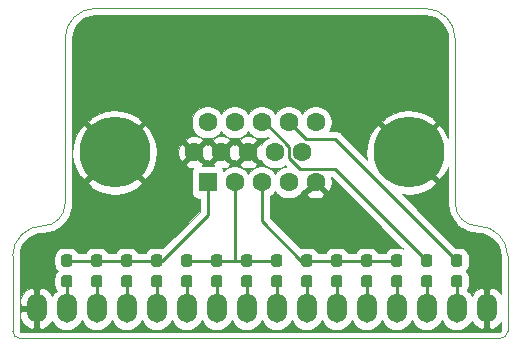
<source format=gbr>
G04 #@! TF.GenerationSoftware,KiCad,Pcbnew,5.1.7-a382d34a8~88~ubuntu20.04.1*
G04 #@! TF.CreationDate,2020-12-18T13:14:18-06:00*
G04 #@! TF.ProjectId,VGA,5647412e-6b69-4636-9164-5f7063625858,1.1*
G04 #@! TF.SameCoordinates,Original*
G04 #@! TF.FileFunction,Copper,L1,Top*
G04 #@! TF.FilePolarity,Positive*
%FSLAX46Y46*%
G04 Gerber Fmt 4.6, Leading zero omitted, Abs format (unit mm)*
G04 Created by KiCad (PCBNEW 5.1.7-a382d34a8~88~ubuntu20.04.1) date 2020-12-18 13:14:18*
%MOMM*%
%LPD*%
G01*
G04 APERTURE LIST*
G04 #@! TA.AperFunction,Profile*
%ADD10C,0.050000*%
G04 #@! TD*
G04 #@! TA.AperFunction,ComponentPad*
%ADD11C,6.000000*%
G04 #@! TD*
G04 #@! TA.AperFunction,ComponentPad*
%ADD12O,1.700000X2.500000*%
G04 #@! TD*
G04 #@! TA.AperFunction,ComponentPad*
%ADD13R,1.600000X1.600000*%
G04 #@! TD*
G04 #@! TA.AperFunction,ComponentPad*
%ADD14C,1.600000*%
G04 #@! TD*
G04 #@! TA.AperFunction,Conductor*
%ADD15C,0.250000*%
G04 #@! TD*
G04 #@! TA.AperFunction,Conductor*
%ADD16C,0.100000*%
G04 #@! TD*
G04 APERTURE END LIST*
D10*
X139065000Y-123190000D02*
G75*
G02*
X137160000Y-125095000I-1905000J0D01*
G01*
X134620000Y-127635000D02*
G75*
G02*
X137160000Y-125095000I2540000J0D01*
G01*
X173990000Y-125095000D02*
G75*
G02*
X172085000Y-123190000I0J1905000D01*
G01*
X134620000Y-133985000D02*
X134620000Y-127635000D01*
X173990000Y-125095000D02*
G75*
G02*
X176530000Y-127635000I0J-2540000D01*
G01*
X176530000Y-133985000D02*
X176530000Y-127635000D01*
X139065000Y-109220000D02*
G75*
G02*
X141605000Y-106680000I2540000J0D01*
G01*
X169545000Y-106680000D02*
G75*
G02*
X172085000Y-109220000I0J-2540000D01*
G01*
X176530000Y-133985000D02*
G75*
G02*
X175895000Y-134620000I-635000J0D01*
G01*
X135255000Y-134620000D02*
G75*
G02*
X134620000Y-133985000I0J635000D01*
G01*
X139065000Y-109220000D02*
X139065000Y-123190000D01*
X169545000Y-106680000D02*
X141605000Y-106680000D01*
X172085000Y-123190000D02*
X172085000Y-109220000D01*
X135255000Y-134620000D02*
X175895000Y-134620000D01*
D11*
X168148000Y-118872000D03*
X143256000Y-118872000D03*
D12*
X136652000Y-132080000D03*
X139192000Y-132080000D03*
X141732000Y-132080000D03*
X144272000Y-132080000D03*
X146812000Y-132080000D03*
X149352000Y-132080000D03*
X151892000Y-132080000D03*
X154432000Y-132080000D03*
X156972000Y-132080000D03*
X159512000Y-132080000D03*
X162052000Y-132080000D03*
X164592000Y-132080000D03*
X167132000Y-132080000D03*
X169672000Y-132080000D03*
X172212000Y-132080000D03*
X174752000Y-132080000D03*
D13*
X151130000Y-121412000D03*
D14*
X153420000Y-121412000D03*
X155710000Y-121412000D03*
X158000000Y-121412000D03*
X160290000Y-121412000D03*
X149985000Y-118872000D03*
X152275000Y-118872000D03*
X154565000Y-118872000D03*
X156855000Y-118872000D03*
X159145000Y-118872000D03*
X151130000Y-116332000D03*
X153420000Y-116332000D03*
X155710000Y-116332000D03*
X158000000Y-116332000D03*
X160290000Y-116332000D03*
G04 #@! TA.AperFunction,SMDPad,CuDef*
G36*
G01*
X171974500Y-129253000D02*
X172449500Y-129253000D01*
G75*
G02*
X172687000Y-129490500I0J-237500D01*
G01*
X172687000Y-130065500D01*
G75*
G02*
X172449500Y-130303000I-237500J0D01*
G01*
X171974500Y-130303000D01*
G75*
G02*
X171737000Y-130065500I0J237500D01*
G01*
X171737000Y-129490500D01*
G75*
G02*
X171974500Y-129253000I237500J0D01*
G01*
G37*
G04 #@! TD.AperFunction*
G04 #@! TA.AperFunction,SMDPad,CuDef*
G36*
G01*
X171974500Y-127503000D02*
X172449500Y-127503000D01*
G75*
G02*
X172687000Y-127740500I0J-237500D01*
G01*
X172687000Y-128315500D01*
G75*
G02*
X172449500Y-128553000I-237500J0D01*
G01*
X171974500Y-128553000D01*
G75*
G02*
X171737000Y-128315500I0J237500D01*
G01*
X171737000Y-127740500D01*
G75*
G02*
X171974500Y-127503000I237500J0D01*
G01*
G37*
G04 #@! TD.AperFunction*
G04 #@! TA.AperFunction,SMDPad,CuDef*
G36*
G01*
X169434500Y-129255000D02*
X169909500Y-129255000D01*
G75*
G02*
X170147000Y-129492500I0J-237500D01*
G01*
X170147000Y-130067500D01*
G75*
G02*
X169909500Y-130305000I-237500J0D01*
G01*
X169434500Y-130305000D01*
G75*
G02*
X169197000Y-130067500I0J237500D01*
G01*
X169197000Y-129492500D01*
G75*
G02*
X169434500Y-129255000I237500J0D01*
G01*
G37*
G04 #@! TD.AperFunction*
G04 #@! TA.AperFunction,SMDPad,CuDef*
G36*
G01*
X169434500Y-127505000D02*
X169909500Y-127505000D01*
G75*
G02*
X170147000Y-127742500I0J-237500D01*
G01*
X170147000Y-128317500D01*
G75*
G02*
X169909500Y-128555000I-237500J0D01*
G01*
X169434500Y-128555000D01*
G75*
G02*
X169197000Y-128317500I0J237500D01*
G01*
X169197000Y-127742500D01*
G75*
G02*
X169434500Y-127505000I237500J0D01*
G01*
G37*
G04 #@! TD.AperFunction*
G04 #@! TA.AperFunction,SMDPad,CuDef*
G36*
G01*
X166894500Y-129255000D02*
X167369500Y-129255000D01*
G75*
G02*
X167607000Y-129492500I0J-237500D01*
G01*
X167607000Y-130067500D01*
G75*
G02*
X167369500Y-130305000I-237500J0D01*
G01*
X166894500Y-130305000D01*
G75*
G02*
X166657000Y-130067500I0J237500D01*
G01*
X166657000Y-129492500D01*
G75*
G02*
X166894500Y-129255000I237500J0D01*
G01*
G37*
G04 #@! TD.AperFunction*
G04 #@! TA.AperFunction,SMDPad,CuDef*
G36*
G01*
X166894500Y-127505000D02*
X167369500Y-127505000D01*
G75*
G02*
X167607000Y-127742500I0J-237500D01*
G01*
X167607000Y-128317500D01*
G75*
G02*
X167369500Y-128555000I-237500J0D01*
G01*
X166894500Y-128555000D01*
G75*
G02*
X166657000Y-128317500I0J237500D01*
G01*
X166657000Y-127742500D01*
G75*
G02*
X166894500Y-127505000I237500J0D01*
G01*
G37*
G04 #@! TD.AperFunction*
G04 #@! TA.AperFunction,SMDPad,CuDef*
G36*
G01*
X164354500Y-129255000D02*
X164829500Y-129255000D01*
G75*
G02*
X165067000Y-129492500I0J-237500D01*
G01*
X165067000Y-130067500D01*
G75*
G02*
X164829500Y-130305000I-237500J0D01*
G01*
X164354500Y-130305000D01*
G75*
G02*
X164117000Y-130067500I0J237500D01*
G01*
X164117000Y-129492500D01*
G75*
G02*
X164354500Y-129255000I237500J0D01*
G01*
G37*
G04 #@! TD.AperFunction*
G04 #@! TA.AperFunction,SMDPad,CuDef*
G36*
G01*
X164354500Y-127505000D02*
X164829500Y-127505000D01*
G75*
G02*
X165067000Y-127742500I0J-237500D01*
G01*
X165067000Y-128317500D01*
G75*
G02*
X164829500Y-128555000I-237500J0D01*
G01*
X164354500Y-128555000D01*
G75*
G02*
X164117000Y-128317500I0J237500D01*
G01*
X164117000Y-127742500D01*
G75*
G02*
X164354500Y-127505000I237500J0D01*
G01*
G37*
G04 #@! TD.AperFunction*
G04 #@! TA.AperFunction,SMDPad,CuDef*
G36*
G01*
X161814500Y-129255000D02*
X162289500Y-129255000D01*
G75*
G02*
X162527000Y-129492500I0J-237500D01*
G01*
X162527000Y-130067500D01*
G75*
G02*
X162289500Y-130305000I-237500J0D01*
G01*
X161814500Y-130305000D01*
G75*
G02*
X161577000Y-130067500I0J237500D01*
G01*
X161577000Y-129492500D01*
G75*
G02*
X161814500Y-129255000I237500J0D01*
G01*
G37*
G04 #@! TD.AperFunction*
G04 #@! TA.AperFunction,SMDPad,CuDef*
G36*
G01*
X161814500Y-127505000D02*
X162289500Y-127505000D01*
G75*
G02*
X162527000Y-127742500I0J-237500D01*
G01*
X162527000Y-128317500D01*
G75*
G02*
X162289500Y-128555000I-237500J0D01*
G01*
X161814500Y-128555000D01*
G75*
G02*
X161577000Y-128317500I0J237500D01*
G01*
X161577000Y-127742500D01*
G75*
G02*
X161814500Y-127505000I237500J0D01*
G01*
G37*
G04 #@! TD.AperFunction*
G04 #@! TA.AperFunction,SMDPad,CuDef*
G36*
G01*
X159274500Y-129255000D02*
X159749500Y-129255000D01*
G75*
G02*
X159987000Y-129492500I0J-237500D01*
G01*
X159987000Y-130067500D01*
G75*
G02*
X159749500Y-130305000I-237500J0D01*
G01*
X159274500Y-130305000D01*
G75*
G02*
X159037000Y-130067500I0J237500D01*
G01*
X159037000Y-129492500D01*
G75*
G02*
X159274500Y-129255000I237500J0D01*
G01*
G37*
G04 #@! TD.AperFunction*
G04 #@! TA.AperFunction,SMDPad,CuDef*
G36*
G01*
X159274500Y-127505000D02*
X159749500Y-127505000D01*
G75*
G02*
X159987000Y-127742500I0J-237500D01*
G01*
X159987000Y-128317500D01*
G75*
G02*
X159749500Y-128555000I-237500J0D01*
G01*
X159274500Y-128555000D01*
G75*
G02*
X159037000Y-128317500I0J237500D01*
G01*
X159037000Y-127742500D01*
G75*
G02*
X159274500Y-127505000I237500J0D01*
G01*
G37*
G04 #@! TD.AperFunction*
G04 #@! TA.AperFunction,SMDPad,CuDef*
G36*
G01*
X156734500Y-129255000D02*
X157209500Y-129255000D01*
G75*
G02*
X157447000Y-129492500I0J-237500D01*
G01*
X157447000Y-130067500D01*
G75*
G02*
X157209500Y-130305000I-237500J0D01*
G01*
X156734500Y-130305000D01*
G75*
G02*
X156497000Y-130067500I0J237500D01*
G01*
X156497000Y-129492500D01*
G75*
G02*
X156734500Y-129255000I237500J0D01*
G01*
G37*
G04 #@! TD.AperFunction*
G04 #@! TA.AperFunction,SMDPad,CuDef*
G36*
G01*
X156734500Y-127505000D02*
X157209500Y-127505000D01*
G75*
G02*
X157447000Y-127742500I0J-237500D01*
G01*
X157447000Y-128317500D01*
G75*
G02*
X157209500Y-128555000I-237500J0D01*
G01*
X156734500Y-128555000D01*
G75*
G02*
X156497000Y-128317500I0J237500D01*
G01*
X156497000Y-127742500D01*
G75*
G02*
X156734500Y-127505000I237500J0D01*
G01*
G37*
G04 #@! TD.AperFunction*
G04 #@! TA.AperFunction,SMDPad,CuDef*
G36*
G01*
X154194500Y-129255000D02*
X154669500Y-129255000D01*
G75*
G02*
X154907000Y-129492500I0J-237500D01*
G01*
X154907000Y-130067500D01*
G75*
G02*
X154669500Y-130305000I-237500J0D01*
G01*
X154194500Y-130305000D01*
G75*
G02*
X153957000Y-130067500I0J237500D01*
G01*
X153957000Y-129492500D01*
G75*
G02*
X154194500Y-129255000I237500J0D01*
G01*
G37*
G04 #@! TD.AperFunction*
G04 #@! TA.AperFunction,SMDPad,CuDef*
G36*
G01*
X154194500Y-127505000D02*
X154669500Y-127505000D01*
G75*
G02*
X154907000Y-127742500I0J-237500D01*
G01*
X154907000Y-128317500D01*
G75*
G02*
X154669500Y-128555000I-237500J0D01*
G01*
X154194500Y-128555000D01*
G75*
G02*
X153957000Y-128317500I0J237500D01*
G01*
X153957000Y-127742500D01*
G75*
G02*
X154194500Y-127505000I237500J0D01*
G01*
G37*
G04 #@! TD.AperFunction*
G04 #@! TA.AperFunction,SMDPad,CuDef*
G36*
G01*
X151654500Y-129255000D02*
X152129500Y-129255000D01*
G75*
G02*
X152367000Y-129492500I0J-237500D01*
G01*
X152367000Y-130067500D01*
G75*
G02*
X152129500Y-130305000I-237500J0D01*
G01*
X151654500Y-130305000D01*
G75*
G02*
X151417000Y-130067500I0J237500D01*
G01*
X151417000Y-129492500D01*
G75*
G02*
X151654500Y-129255000I237500J0D01*
G01*
G37*
G04 #@! TD.AperFunction*
G04 #@! TA.AperFunction,SMDPad,CuDef*
G36*
G01*
X151654500Y-127505000D02*
X152129500Y-127505000D01*
G75*
G02*
X152367000Y-127742500I0J-237500D01*
G01*
X152367000Y-128317500D01*
G75*
G02*
X152129500Y-128555000I-237500J0D01*
G01*
X151654500Y-128555000D01*
G75*
G02*
X151417000Y-128317500I0J237500D01*
G01*
X151417000Y-127742500D01*
G75*
G02*
X151654500Y-127505000I237500J0D01*
G01*
G37*
G04 #@! TD.AperFunction*
G04 #@! TA.AperFunction,SMDPad,CuDef*
G36*
G01*
X149114500Y-129255000D02*
X149589500Y-129255000D01*
G75*
G02*
X149827000Y-129492500I0J-237500D01*
G01*
X149827000Y-130067500D01*
G75*
G02*
X149589500Y-130305000I-237500J0D01*
G01*
X149114500Y-130305000D01*
G75*
G02*
X148877000Y-130067500I0J237500D01*
G01*
X148877000Y-129492500D01*
G75*
G02*
X149114500Y-129255000I237500J0D01*
G01*
G37*
G04 #@! TD.AperFunction*
G04 #@! TA.AperFunction,SMDPad,CuDef*
G36*
G01*
X149114500Y-127505000D02*
X149589500Y-127505000D01*
G75*
G02*
X149827000Y-127742500I0J-237500D01*
G01*
X149827000Y-128317500D01*
G75*
G02*
X149589500Y-128555000I-237500J0D01*
G01*
X149114500Y-128555000D01*
G75*
G02*
X148877000Y-128317500I0J237500D01*
G01*
X148877000Y-127742500D01*
G75*
G02*
X149114500Y-127505000I237500J0D01*
G01*
G37*
G04 #@! TD.AperFunction*
G04 #@! TA.AperFunction,SMDPad,CuDef*
G36*
G01*
X146574500Y-129255000D02*
X147049500Y-129255000D01*
G75*
G02*
X147287000Y-129492500I0J-237500D01*
G01*
X147287000Y-130067500D01*
G75*
G02*
X147049500Y-130305000I-237500J0D01*
G01*
X146574500Y-130305000D01*
G75*
G02*
X146337000Y-130067500I0J237500D01*
G01*
X146337000Y-129492500D01*
G75*
G02*
X146574500Y-129255000I237500J0D01*
G01*
G37*
G04 #@! TD.AperFunction*
G04 #@! TA.AperFunction,SMDPad,CuDef*
G36*
G01*
X146574500Y-127505000D02*
X147049500Y-127505000D01*
G75*
G02*
X147287000Y-127742500I0J-237500D01*
G01*
X147287000Y-128317500D01*
G75*
G02*
X147049500Y-128555000I-237500J0D01*
G01*
X146574500Y-128555000D01*
G75*
G02*
X146337000Y-128317500I0J237500D01*
G01*
X146337000Y-127742500D01*
G75*
G02*
X146574500Y-127505000I237500J0D01*
G01*
G37*
G04 #@! TD.AperFunction*
G04 #@! TA.AperFunction,SMDPad,CuDef*
G36*
G01*
X144034500Y-129255000D02*
X144509500Y-129255000D01*
G75*
G02*
X144747000Y-129492500I0J-237500D01*
G01*
X144747000Y-130067500D01*
G75*
G02*
X144509500Y-130305000I-237500J0D01*
G01*
X144034500Y-130305000D01*
G75*
G02*
X143797000Y-130067500I0J237500D01*
G01*
X143797000Y-129492500D01*
G75*
G02*
X144034500Y-129255000I237500J0D01*
G01*
G37*
G04 #@! TD.AperFunction*
G04 #@! TA.AperFunction,SMDPad,CuDef*
G36*
G01*
X144034500Y-127505000D02*
X144509500Y-127505000D01*
G75*
G02*
X144747000Y-127742500I0J-237500D01*
G01*
X144747000Y-128317500D01*
G75*
G02*
X144509500Y-128555000I-237500J0D01*
G01*
X144034500Y-128555000D01*
G75*
G02*
X143797000Y-128317500I0J237500D01*
G01*
X143797000Y-127742500D01*
G75*
G02*
X144034500Y-127505000I237500J0D01*
G01*
G37*
G04 #@! TD.AperFunction*
G04 #@! TA.AperFunction,SMDPad,CuDef*
G36*
G01*
X141494500Y-129255000D02*
X141969500Y-129255000D01*
G75*
G02*
X142207000Y-129492500I0J-237500D01*
G01*
X142207000Y-130067500D01*
G75*
G02*
X141969500Y-130305000I-237500J0D01*
G01*
X141494500Y-130305000D01*
G75*
G02*
X141257000Y-130067500I0J237500D01*
G01*
X141257000Y-129492500D01*
G75*
G02*
X141494500Y-129255000I237500J0D01*
G01*
G37*
G04 #@! TD.AperFunction*
G04 #@! TA.AperFunction,SMDPad,CuDef*
G36*
G01*
X141494500Y-127505000D02*
X141969500Y-127505000D01*
G75*
G02*
X142207000Y-127742500I0J-237500D01*
G01*
X142207000Y-128317500D01*
G75*
G02*
X141969500Y-128555000I-237500J0D01*
G01*
X141494500Y-128555000D01*
G75*
G02*
X141257000Y-128317500I0J237500D01*
G01*
X141257000Y-127742500D01*
G75*
G02*
X141494500Y-127505000I237500J0D01*
G01*
G37*
G04 #@! TD.AperFunction*
G04 #@! TA.AperFunction,SMDPad,CuDef*
G36*
G01*
X138954500Y-129255000D02*
X139429500Y-129255000D01*
G75*
G02*
X139667000Y-129492500I0J-237500D01*
G01*
X139667000Y-130067500D01*
G75*
G02*
X139429500Y-130305000I-237500J0D01*
G01*
X138954500Y-130305000D01*
G75*
G02*
X138717000Y-130067500I0J237500D01*
G01*
X138717000Y-129492500D01*
G75*
G02*
X138954500Y-129255000I237500J0D01*
G01*
G37*
G04 #@! TD.AperFunction*
G04 #@! TA.AperFunction,SMDPad,CuDef*
G36*
G01*
X138954500Y-127505000D02*
X139429500Y-127505000D01*
G75*
G02*
X139667000Y-127742500I0J-237500D01*
G01*
X139667000Y-128317500D01*
G75*
G02*
X139429500Y-128555000I-237500J0D01*
G01*
X138954500Y-128555000D01*
G75*
G02*
X138717000Y-128317500I0J237500D01*
G01*
X138717000Y-127742500D01*
G75*
G02*
X138954500Y-127505000I237500J0D01*
G01*
G37*
G04 #@! TD.AperFunction*
D15*
X141732000Y-129780000D02*
X141732000Y-132080000D01*
X144272000Y-129780000D02*
X144272000Y-132080000D01*
X146812000Y-129780000D02*
X146812000Y-132080000D01*
X149352000Y-129780000D02*
X149352000Y-132080000D01*
X151892000Y-129780000D02*
X151892000Y-132080000D01*
X154432000Y-129780000D02*
X154432000Y-132080000D01*
X156972000Y-129780000D02*
X156972000Y-132080000D01*
X159512000Y-129780000D02*
X159512000Y-132080000D01*
X162052000Y-129780000D02*
X162052000Y-132080000D01*
X164592000Y-129780000D02*
X164592000Y-132080000D01*
X167132000Y-129780000D02*
X167132000Y-132080000D01*
X169672000Y-129780000D02*
X169672000Y-132080000D01*
X172212000Y-129778000D02*
X172212000Y-132080000D01*
X159512000Y-128030000D02*
X162052000Y-128030000D01*
X164592000Y-128030000D02*
X167132000Y-128030000D01*
X162052000Y-128030000D02*
X164592000Y-128030000D01*
X155710000Y-122543370D02*
X155710000Y-121412000D01*
X155710000Y-124703000D02*
X155710000Y-122543370D01*
X159037000Y-128030000D02*
X155710000Y-124703000D01*
X159512000Y-128030000D02*
X159037000Y-128030000D01*
X153420000Y-128030000D02*
X154432000Y-128030000D01*
X151892000Y-128030000D02*
X153420000Y-128030000D01*
X153420000Y-128030000D02*
X153420000Y-121412000D01*
X149352000Y-128030000D02*
X151892000Y-128030000D01*
X154432000Y-128030000D02*
X156972000Y-128030000D01*
X145542000Y-128030000D02*
X146812000Y-128030000D01*
X144272000Y-128030000D02*
X145542000Y-128030000D01*
X141732000Y-128030000D02*
X144272000Y-128030000D01*
X139192000Y-128030000D02*
X141732000Y-128030000D01*
X151130000Y-122462000D02*
X151130000Y-121412000D01*
X151130000Y-124187000D02*
X151130000Y-122462000D01*
X147287000Y-128030000D02*
X151130000Y-124187000D01*
X146812000Y-128030000D02*
X147287000Y-128030000D01*
X172212000Y-128028000D02*
X161930600Y-117746600D01*
X161930600Y-117746600D02*
X159414600Y-117746600D01*
X159414600Y-117746600D02*
X158000000Y-116332000D01*
X169672000Y-128030000D02*
X161909000Y-120267000D01*
X161909000Y-120267000D02*
X158946300Y-120267000D01*
X158946300Y-120267000D02*
X158000000Y-119320700D01*
X158000000Y-119320700D02*
X158000000Y-118375500D01*
X158000000Y-118375500D02*
X155956500Y-116332000D01*
X155956500Y-116332000D02*
X155710000Y-116332000D01*
X139192000Y-129780000D02*
X139192000Y-132080000D01*
D16*
X169924578Y-107303014D02*
X170289690Y-107413248D01*
X170626438Y-107592300D01*
X170921998Y-107833353D01*
X171165110Y-108127225D01*
X171346509Y-108462716D01*
X171459290Y-108827053D01*
X171502001Y-109233418D01*
X171502000Y-117680032D01*
X171426164Y-117445182D01*
X171155606Y-116939004D01*
X170717381Y-116591118D01*
X168436500Y-118872000D01*
X170717381Y-121152882D01*
X171155606Y-120804996D01*
X171474925Y-120181099D01*
X171502000Y-120085760D01*
X171502000Y-123218632D01*
X171504529Y-123244306D01*
X171504446Y-123256138D01*
X171505240Y-123264240D01*
X171544103Y-123633994D01*
X171554723Y-123685731D01*
X171564629Y-123737659D01*
X171566982Y-123745451D01*
X171676924Y-124100615D01*
X171697406Y-124149340D01*
X171717194Y-124198318D01*
X171721012Y-124205497D01*
X171721016Y-124205507D01*
X171721021Y-124205515D01*
X171897847Y-124532550D01*
X171927402Y-124576367D01*
X171956329Y-124620572D01*
X171961474Y-124626881D01*
X172198463Y-124913350D01*
X172235955Y-124950582D01*
X172272926Y-124988335D01*
X172279198Y-124993524D01*
X172567316Y-125228507D01*
X172611326Y-125257747D01*
X172654927Y-125287602D01*
X172662087Y-125291474D01*
X172990360Y-125466019D01*
X173039236Y-125486164D01*
X173087779Y-125506970D01*
X173095549Y-125509375D01*
X173095556Y-125509378D01*
X173095563Y-125509379D01*
X173451477Y-125616837D01*
X173503329Y-125627104D01*
X173554998Y-125638087D01*
X173563090Y-125638938D01*
X173563094Y-125638938D01*
X173933109Y-125675218D01*
X174369578Y-125718014D01*
X174734690Y-125828248D01*
X175071438Y-126007300D01*
X175366998Y-126248353D01*
X175610110Y-126542225D01*
X175791509Y-126877716D01*
X175904290Y-127242053D01*
X175947001Y-127648418D01*
X175947000Y-130890091D01*
X175929339Y-130858590D01*
X175746468Y-130644686D01*
X175525380Y-130470568D01*
X175274571Y-130342928D01*
X175171424Y-130335922D01*
X174956000Y-130428011D01*
X174956000Y-131876000D01*
X174976000Y-131876000D01*
X174976000Y-132284000D01*
X174956000Y-132284000D01*
X174956000Y-133731989D01*
X175171424Y-133824078D01*
X175274571Y-133817072D01*
X175525380Y-133689432D01*
X175746468Y-133515314D01*
X175929339Y-133301410D01*
X175947000Y-133269910D01*
X175947000Y-133956486D01*
X175943267Y-133994560D01*
X175940492Y-134003750D01*
X175935984Y-134012228D01*
X175929916Y-134019668D01*
X175922510Y-134025795D01*
X175914070Y-134030358D01*
X175904893Y-134033199D01*
X175868733Y-134037000D01*
X135283514Y-134037000D01*
X135245440Y-134033267D01*
X135236250Y-134030492D01*
X135227772Y-134025984D01*
X135220332Y-134019916D01*
X135214205Y-134012510D01*
X135209642Y-134004070D01*
X135206801Y-133994893D01*
X135203000Y-133958733D01*
X135203000Y-132508882D01*
X135216728Y-132508882D01*
X135249941Y-132788335D01*
X135337034Y-133055939D01*
X135474661Y-133301410D01*
X135657532Y-133515314D01*
X135878620Y-133689432D01*
X136129429Y-133817072D01*
X136232576Y-133824078D01*
X136448000Y-133731989D01*
X136448000Y-132284000D01*
X135369380Y-132284000D01*
X135216728Y-132508882D01*
X135203000Y-132508882D01*
X135203000Y-131651118D01*
X135216728Y-131651118D01*
X135369380Y-131876000D01*
X136448000Y-131876000D01*
X136448000Y-130428011D01*
X136856000Y-130428011D01*
X136856000Y-131876000D01*
X136876000Y-131876000D01*
X136876000Y-132284000D01*
X136856000Y-132284000D01*
X136856000Y-133731989D01*
X137071424Y-133824078D01*
X137174571Y-133817072D01*
X137425380Y-133689432D01*
X137646468Y-133515314D01*
X137829339Y-133301410D01*
X137934389Y-133114043D01*
X138015627Y-133266027D01*
X138191578Y-133480423D01*
X138405974Y-133656373D01*
X138650576Y-133787116D01*
X138915985Y-133867627D01*
X139192000Y-133894812D01*
X139468016Y-133867627D01*
X139733425Y-133787116D01*
X139978027Y-133656373D01*
X140192423Y-133480423D01*
X140368373Y-133266027D01*
X140462000Y-133090864D01*
X140555627Y-133266027D01*
X140731578Y-133480423D01*
X140945974Y-133656373D01*
X141190576Y-133787116D01*
X141455985Y-133867627D01*
X141732000Y-133894812D01*
X142008016Y-133867627D01*
X142273425Y-133787116D01*
X142518027Y-133656373D01*
X142732423Y-133480423D01*
X142908373Y-133266027D01*
X143002000Y-133090864D01*
X143095627Y-133266027D01*
X143271578Y-133480423D01*
X143485974Y-133656373D01*
X143730576Y-133787116D01*
X143995985Y-133867627D01*
X144272000Y-133894812D01*
X144548016Y-133867627D01*
X144813425Y-133787116D01*
X145058027Y-133656373D01*
X145272423Y-133480423D01*
X145448373Y-133266027D01*
X145542000Y-133090864D01*
X145635627Y-133266027D01*
X145811578Y-133480423D01*
X146025974Y-133656373D01*
X146270576Y-133787116D01*
X146535985Y-133867627D01*
X146812000Y-133894812D01*
X147088016Y-133867627D01*
X147353425Y-133787116D01*
X147598027Y-133656373D01*
X147812423Y-133480423D01*
X147988373Y-133266027D01*
X148082000Y-133090864D01*
X148175627Y-133266027D01*
X148351578Y-133480423D01*
X148565974Y-133656373D01*
X148810576Y-133787116D01*
X149075985Y-133867627D01*
X149352000Y-133894812D01*
X149628016Y-133867627D01*
X149893425Y-133787116D01*
X150138027Y-133656373D01*
X150352423Y-133480423D01*
X150528373Y-133266027D01*
X150622000Y-133090864D01*
X150715627Y-133266027D01*
X150891578Y-133480423D01*
X151105974Y-133656373D01*
X151350576Y-133787116D01*
X151615985Y-133867627D01*
X151892000Y-133894812D01*
X152168016Y-133867627D01*
X152433425Y-133787116D01*
X152678027Y-133656373D01*
X152892423Y-133480423D01*
X153068373Y-133266027D01*
X153162000Y-133090864D01*
X153255627Y-133266027D01*
X153431578Y-133480423D01*
X153645974Y-133656373D01*
X153890576Y-133787116D01*
X154155985Y-133867627D01*
X154432000Y-133894812D01*
X154708016Y-133867627D01*
X154973425Y-133787116D01*
X155218027Y-133656373D01*
X155432423Y-133480423D01*
X155608373Y-133266027D01*
X155702000Y-133090864D01*
X155795627Y-133266027D01*
X155971578Y-133480423D01*
X156185974Y-133656373D01*
X156430576Y-133787116D01*
X156695985Y-133867627D01*
X156972000Y-133894812D01*
X157248016Y-133867627D01*
X157513425Y-133787116D01*
X157758027Y-133656373D01*
X157972423Y-133480423D01*
X158148373Y-133266027D01*
X158242000Y-133090864D01*
X158335627Y-133266027D01*
X158511578Y-133480423D01*
X158725974Y-133656373D01*
X158970576Y-133787116D01*
X159235985Y-133867627D01*
X159512000Y-133894812D01*
X159788016Y-133867627D01*
X160053425Y-133787116D01*
X160298027Y-133656373D01*
X160512423Y-133480423D01*
X160688373Y-133266027D01*
X160782000Y-133090864D01*
X160875627Y-133266027D01*
X161051578Y-133480423D01*
X161265974Y-133656373D01*
X161510576Y-133787116D01*
X161775985Y-133867627D01*
X162052000Y-133894812D01*
X162328016Y-133867627D01*
X162593425Y-133787116D01*
X162838027Y-133656373D01*
X163052423Y-133480423D01*
X163228373Y-133266027D01*
X163322000Y-133090864D01*
X163415627Y-133266027D01*
X163591578Y-133480423D01*
X163805974Y-133656373D01*
X164050576Y-133787116D01*
X164315985Y-133867627D01*
X164592000Y-133894812D01*
X164868016Y-133867627D01*
X165133425Y-133787116D01*
X165378027Y-133656373D01*
X165592423Y-133480423D01*
X165768373Y-133266027D01*
X165862000Y-133090864D01*
X165955627Y-133266027D01*
X166131578Y-133480423D01*
X166345974Y-133656373D01*
X166590576Y-133787116D01*
X166855985Y-133867627D01*
X167132000Y-133894812D01*
X167408016Y-133867627D01*
X167673425Y-133787116D01*
X167918027Y-133656373D01*
X168132423Y-133480423D01*
X168308373Y-133266027D01*
X168402000Y-133090864D01*
X168495627Y-133266027D01*
X168671578Y-133480423D01*
X168885974Y-133656373D01*
X169130576Y-133787116D01*
X169395985Y-133867627D01*
X169672000Y-133894812D01*
X169948016Y-133867627D01*
X170213425Y-133787116D01*
X170458027Y-133656373D01*
X170672423Y-133480423D01*
X170848373Y-133266027D01*
X170942000Y-133090864D01*
X171035627Y-133266027D01*
X171211578Y-133480423D01*
X171425974Y-133656373D01*
X171670576Y-133787116D01*
X171935985Y-133867627D01*
X172212000Y-133894812D01*
X172488016Y-133867627D01*
X172753425Y-133787116D01*
X172998027Y-133656373D01*
X173212423Y-133480423D01*
X173388373Y-133266027D01*
X173469611Y-133114043D01*
X173574661Y-133301410D01*
X173757532Y-133515314D01*
X173978620Y-133689432D01*
X174229429Y-133817072D01*
X174332576Y-133824078D01*
X174548000Y-133731989D01*
X174548000Y-132284000D01*
X174528000Y-132284000D01*
X174528000Y-131876000D01*
X174548000Y-131876000D01*
X174548000Y-130428011D01*
X174332576Y-130335922D01*
X174229429Y-130342928D01*
X173978620Y-130470568D01*
X173757532Y-130644686D01*
X173574661Y-130858590D01*
X173469611Y-131045957D01*
X173388373Y-130893973D01*
X173212422Y-130679577D01*
X173069448Y-130562241D01*
X173113178Y-130508956D01*
X173186940Y-130370958D01*
X173232362Y-130221221D01*
X173247699Y-130065500D01*
X173247699Y-129490500D01*
X173232362Y-129334779D01*
X173186940Y-129185042D01*
X173113178Y-129047044D01*
X173013912Y-128926088D01*
X172985779Y-128903000D01*
X173013912Y-128879912D01*
X173113178Y-128758956D01*
X173186940Y-128620958D01*
X173232362Y-128471221D01*
X173247699Y-128315500D01*
X173247699Y-127740500D01*
X173232362Y-127584779D01*
X173186940Y-127435042D01*
X173113178Y-127297044D01*
X173013912Y-127176088D01*
X172892956Y-127076822D01*
X172754958Y-127003060D01*
X172605221Y-126957638D01*
X172449500Y-126942301D01*
X172092209Y-126942301D01*
X167542681Y-122392774D01*
X168211709Y-122446648D01*
X168907864Y-122365533D01*
X169574818Y-122150164D01*
X170080996Y-121879606D01*
X170428882Y-121441381D01*
X168148000Y-119160500D01*
X168133858Y-119174642D01*
X167845358Y-118886142D01*
X167859500Y-118872000D01*
X165578619Y-116591118D01*
X165140394Y-116939004D01*
X164821075Y-117562901D01*
X164629608Y-118237105D01*
X164573352Y-118935709D01*
X164637677Y-119487770D01*
X162437277Y-117287370D01*
X162415890Y-117261310D01*
X162311890Y-117175959D01*
X162193237Y-117112538D01*
X162064491Y-117073483D01*
X161964146Y-117063600D01*
X161964136Y-117063600D01*
X161930600Y-117060297D01*
X161897064Y-117063600D01*
X161434413Y-117063600D01*
X161493444Y-116975254D01*
X161595813Y-116728114D01*
X161648000Y-116465751D01*
X161648000Y-116302619D01*
X165867118Y-116302619D01*
X168148000Y-118583500D01*
X170428882Y-116302619D01*
X170080996Y-115864394D01*
X169457099Y-115545075D01*
X168782895Y-115353608D01*
X168084291Y-115297352D01*
X167388136Y-115378467D01*
X166721182Y-115593836D01*
X166215004Y-115864394D01*
X165867118Y-116302619D01*
X161648000Y-116302619D01*
X161648000Y-116198249D01*
X161595813Y-115935886D01*
X161493444Y-115688746D01*
X161344828Y-115466325D01*
X161155675Y-115277172D01*
X160933254Y-115128556D01*
X160686114Y-115026187D01*
X160423751Y-114974000D01*
X160156249Y-114974000D01*
X159893886Y-115026187D01*
X159646746Y-115128556D01*
X159424325Y-115277172D01*
X159235172Y-115466325D01*
X159145000Y-115601278D01*
X159054828Y-115466325D01*
X158865675Y-115277172D01*
X158643254Y-115128556D01*
X158396114Y-115026187D01*
X158133751Y-114974000D01*
X157866249Y-114974000D01*
X157603886Y-115026187D01*
X157356746Y-115128556D01*
X157134325Y-115277172D01*
X156945172Y-115466325D01*
X156855000Y-115601278D01*
X156764828Y-115466325D01*
X156575675Y-115277172D01*
X156353254Y-115128556D01*
X156106114Y-115026187D01*
X155843751Y-114974000D01*
X155576249Y-114974000D01*
X155313886Y-115026187D01*
X155066746Y-115128556D01*
X154844325Y-115277172D01*
X154655172Y-115466325D01*
X154565000Y-115601278D01*
X154474828Y-115466325D01*
X154285675Y-115277172D01*
X154063254Y-115128556D01*
X153816114Y-115026187D01*
X153553751Y-114974000D01*
X153286249Y-114974000D01*
X153023886Y-115026187D01*
X152776746Y-115128556D01*
X152554325Y-115277172D01*
X152365172Y-115466325D01*
X152275000Y-115601278D01*
X152184828Y-115466325D01*
X151995675Y-115277172D01*
X151773254Y-115128556D01*
X151526114Y-115026187D01*
X151263751Y-114974000D01*
X150996249Y-114974000D01*
X150733886Y-115026187D01*
X150486746Y-115128556D01*
X150264325Y-115277172D01*
X150075172Y-115466325D01*
X149926556Y-115688746D01*
X149824187Y-115935886D01*
X149772000Y-116198249D01*
X149772000Y-116465751D01*
X149824187Y-116728114D01*
X149926556Y-116975254D01*
X150075172Y-117197675D01*
X150264325Y-117386828D01*
X150486746Y-117535444D01*
X150733886Y-117637813D01*
X150996249Y-117690000D01*
X151263751Y-117690000D01*
X151526114Y-117637813D01*
X151773254Y-117535444D01*
X151995675Y-117386828D01*
X152184828Y-117197675D01*
X152275000Y-117062722D01*
X152365172Y-117197675D01*
X152554325Y-117386828D01*
X152776746Y-117535444D01*
X153023886Y-117637813D01*
X153286249Y-117690000D01*
X153553751Y-117690000D01*
X153816114Y-117637813D01*
X154063254Y-117535444D01*
X154285675Y-117386828D01*
X154474828Y-117197675D01*
X154565000Y-117062722D01*
X154655172Y-117197675D01*
X154844325Y-117386828D01*
X155066746Y-117535444D01*
X155313886Y-117637813D01*
X155576249Y-117690000D01*
X155843751Y-117690000D01*
X156106114Y-117637813D01*
X156240670Y-117582078D01*
X156293348Y-117634755D01*
X156211746Y-117668556D01*
X155989325Y-117817172D01*
X155800172Y-118006325D01*
X155668982Y-118202666D01*
X155563411Y-118162089D01*
X154853500Y-118872000D01*
X155563411Y-119581911D01*
X155668982Y-119541334D01*
X155800172Y-119737675D01*
X155989325Y-119926828D01*
X156211746Y-120075444D01*
X156458886Y-120177813D01*
X156721249Y-120230000D01*
X156988751Y-120230000D01*
X157251114Y-120177813D01*
X157498254Y-120075444D01*
X157672446Y-119959053D01*
X157783794Y-120070401D01*
X157603886Y-120106187D01*
X157356746Y-120208556D01*
X157134325Y-120357172D01*
X156945172Y-120546325D01*
X156855000Y-120681278D01*
X156764828Y-120546325D01*
X156575675Y-120357172D01*
X156353254Y-120208556D01*
X156106114Y-120106187D01*
X155843751Y-120054000D01*
X155576249Y-120054000D01*
X155313886Y-120106187D01*
X155066746Y-120208556D01*
X154844325Y-120357172D01*
X154655172Y-120546325D01*
X154565000Y-120681278D01*
X154474828Y-120546325D01*
X154285675Y-120357172D01*
X154063254Y-120208556D01*
X153816114Y-120106187D01*
X153553751Y-120054000D01*
X153286249Y-120054000D01*
X153023886Y-120106187D01*
X152776746Y-120208556D01*
X152554325Y-120357172D01*
X152463391Y-120448106D01*
X152448018Y-120397430D01*
X152396204Y-120300492D01*
X152337791Y-120229316D01*
X152425871Y-120228205D01*
X152687554Y-120172713D01*
X152903022Y-120083463D01*
X152984911Y-119870411D01*
X153855089Y-119870411D01*
X153936978Y-120083463D01*
X154185390Y-120182706D01*
X154448390Y-120231580D01*
X154715871Y-120228205D01*
X154977554Y-120172713D01*
X155193022Y-120083463D01*
X155274911Y-119870411D01*
X154565000Y-119160500D01*
X153855089Y-119870411D01*
X152984911Y-119870411D01*
X152275000Y-119160500D01*
X151565089Y-119870411D01*
X151634616Y-120051301D01*
X150625384Y-120051301D01*
X150694911Y-119870411D01*
X149985000Y-119160500D01*
X149275089Y-119870411D01*
X149356978Y-120083463D01*
X149605390Y-120182706D01*
X149868390Y-120231580D01*
X149920894Y-120230918D01*
X149863796Y-120300492D01*
X149811982Y-120397430D01*
X149780075Y-120502613D01*
X149769301Y-120612000D01*
X149769301Y-122212000D01*
X149780075Y-122321387D01*
X149811982Y-122426570D01*
X149863796Y-122523508D01*
X149933526Y-122608474D01*
X150018492Y-122678204D01*
X150115430Y-122730018D01*
X150220613Y-122761925D01*
X150330000Y-122772699D01*
X150447001Y-122772699D01*
X150447000Y-123904092D01*
X147348110Y-127002983D01*
X147205221Y-126959638D01*
X147049500Y-126944301D01*
X146574500Y-126944301D01*
X146418779Y-126959638D01*
X146269042Y-127005060D01*
X146131044Y-127078822D01*
X146010088Y-127178088D01*
X145910822Y-127299044D01*
X145885189Y-127347000D01*
X145198811Y-127347000D01*
X145173178Y-127299044D01*
X145073912Y-127178088D01*
X144952956Y-127078822D01*
X144814958Y-127005060D01*
X144665221Y-126959638D01*
X144509500Y-126944301D01*
X144034500Y-126944301D01*
X143878779Y-126959638D01*
X143729042Y-127005060D01*
X143591044Y-127078822D01*
X143470088Y-127178088D01*
X143370822Y-127299044D01*
X143345189Y-127347000D01*
X142658811Y-127347000D01*
X142633178Y-127299044D01*
X142533912Y-127178088D01*
X142412956Y-127078822D01*
X142274958Y-127005060D01*
X142125221Y-126959638D01*
X141969500Y-126944301D01*
X141494500Y-126944301D01*
X141338779Y-126959638D01*
X141189042Y-127005060D01*
X141051044Y-127078822D01*
X140930088Y-127178088D01*
X140830822Y-127299044D01*
X140805189Y-127347000D01*
X140118811Y-127347000D01*
X140093178Y-127299044D01*
X139993912Y-127178088D01*
X139872956Y-127078822D01*
X139734958Y-127005060D01*
X139585221Y-126959638D01*
X139429500Y-126944301D01*
X138954500Y-126944301D01*
X138798779Y-126959638D01*
X138649042Y-127005060D01*
X138511044Y-127078822D01*
X138390088Y-127178088D01*
X138290822Y-127299044D01*
X138217060Y-127437042D01*
X138171638Y-127586779D01*
X138156301Y-127742500D01*
X138156301Y-128317500D01*
X138171638Y-128473221D01*
X138217060Y-128622958D01*
X138290822Y-128760956D01*
X138390088Y-128881912D01*
X138418221Y-128905000D01*
X138390088Y-128928088D01*
X138290822Y-129049044D01*
X138217060Y-129187042D01*
X138171638Y-129336779D01*
X138156301Y-129492500D01*
X138156301Y-130067500D01*
X138171638Y-130223221D01*
X138217060Y-130372958D01*
X138290822Y-130510956D01*
X138333571Y-130563046D01*
X138191577Y-130679578D01*
X138015627Y-130893974D01*
X137934390Y-131045958D01*
X137829339Y-130858590D01*
X137646468Y-130644686D01*
X137425380Y-130470568D01*
X137174571Y-130342928D01*
X137071424Y-130335922D01*
X136856000Y-130428011D01*
X136448000Y-130428011D01*
X136232576Y-130335922D01*
X136129429Y-130342928D01*
X135878620Y-130470568D01*
X135657532Y-130644686D01*
X135474661Y-130858590D01*
X135337034Y-131104061D01*
X135249941Y-131371665D01*
X135216728Y-131651118D01*
X135203000Y-131651118D01*
X135203000Y-127663518D01*
X135243014Y-127255422D01*
X135353248Y-126890310D01*
X135532300Y-126553562D01*
X135773353Y-126258002D01*
X136067225Y-126014890D01*
X136402716Y-125833491D01*
X136767053Y-125720710D01*
X137173826Y-125677956D01*
X137175315Y-125677951D01*
X137200670Y-125675376D01*
X137226138Y-125675554D01*
X137234240Y-125674760D01*
X137603994Y-125635897D01*
X137655731Y-125625277D01*
X137707659Y-125615371D01*
X137715449Y-125613019D01*
X137715455Y-125613017D01*
X138070615Y-125503076D01*
X138119340Y-125482594D01*
X138168318Y-125462806D01*
X138175497Y-125458988D01*
X138175507Y-125458984D01*
X138175515Y-125458979D01*
X138502550Y-125282153D01*
X138546367Y-125252598D01*
X138590572Y-125223671D01*
X138596881Y-125218526D01*
X138883350Y-124981537D01*
X138920582Y-124944045D01*
X138958335Y-124907074D01*
X138963524Y-124900802D01*
X139198507Y-124612684D01*
X139227747Y-124568674D01*
X139257602Y-124525073D01*
X139261474Y-124517913D01*
X139436019Y-124189640D01*
X139456164Y-124140764D01*
X139476970Y-124092221D01*
X139479375Y-124084451D01*
X139479378Y-124084444D01*
X139479379Y-124084437D01*
X139586837Y-123728523D01*
X139597104Y-123676671D01*
X139608087Y-123625002D01*
X139608938Y-123616906D01*
X139645218Y-123246891D01*
X139645218Y-123246880D01*
X139648000Y-123218633D01*
X139648000Y-121441381D01*
X140975118Y-121441381D01*
X141323004Y-121879606D01*
X141946901Y-122198925D01*
X142621105Y-122390392D01*
X143319709Y-122446648D01*
X144015864Y-122365533D01*
X144682818Y-122150164D01*
X145188996Y-121879606D01*
X145536882Y-121441381D01*
X143256000Y-119160500D01*
X140975118Y-121441381D01*
X139648000Y-121441381D01*
X139648000Y-118935709D01*
X139681352Y-118935709D01*
X139762467Y-119631864D01*
X139977836Y-120298818D01*
X140248394Y-120804996D01*
X140686619Y-121152882D01*
X142967500Y-118872000D01*
X143544500Y-118872000D01*
X145825381Y-121152882D01*
X146263606Y-120804996D01*
X146582925Y-120181099D01*
X146774392Y-119506895D01*
X146830648Y-118808291D01*
X146824485Y-118755390D01*
X148625420Y-118755390D01*
X148628795Y-119022871D01*
X148684287Y-119284554D01*
X148773537Y-119500022D01*
X148986589Y-119581911D01*
X149696500Y-118872000D01*
X150273500Y-118872000D01*
X150983411Y-119581911D01*
X151130000Y-119525568D01*
X151276589Y-119581911D01*
X151986500Y-118872000D01*
X152563500Y-118872000D01*
X153273411Y-119581911D01*
X153420000Y-119525568D01*
X153566589Y-119581911D01*
X154276500Y-118872000D01*
X153566589Y-118162089D01*
X153420000Y-118218432D01*
X153273411Y-118162089D01*
X152563500Y-118872000D01*
X151986500Y-118872000D01*
X151276589Y-118162089D01*
X151130000Y-118218432D01*
X150983411Y-118162089D01*
X150273500Y-118872000D01*
X149696500Y-118872000D01*
X148986589Y-118162089D01*
X148773537Y-118243978D01*
X148674294Y-118492390D01*
X148625420Y-118755390D01*
X146824485Y-118755390D01*
X146749533Y-118112136D01*
X146672503Y-117873589D01*
X149275089Y-117873589D01*
X149985000Y-118583500D01*
X150694911Y-117873589D01*
X151565089Y-117873589D01*
X152275000Y-118583500D01*
X152984911Y-117873589D01*
X153855089Y-117873589D01*
X154565000Y-118583500D01*
X155274911Y-117873589D01*
X155193022Y-117660537D01*
X154944610Y-117561294D01*
X154681610Y-117512420D01*
X154414129Y-117515795D01*
X154152446Y-117571287D01*
X153936978Y-117660537D01*
X153855089Y-117873589D01*
X152984911Y-117873589D01*
X152903022Y-117660537D01*
X152654610Y-117561294D01*
X152391610Y-117512420D01*
X152124129Y-117515795D01*
X151862446Y-117571287D01*
X151646978Y-117660537D01*
X151565089Y-117873589D01*
X150694911Y-117873589D01*
X150613022Y-117660537D01*
X150364610Y-117561294D01*
X150101610Y-117512420D01*
X149834129Y-117515795D01*
X149572446Y-117571287D01*
X149356978Y-117660537D01*
X149275089Y-117873589D01*
X146672503Y-117873589D01*
X146534164Y-117445182D01*
X146263606Y-116939004D01*
X145825381Y-116591118D01*
X143544500Y-118872000D01*
X142967500Y-118872000D01*
X140686619Y-116591118D01*
X140248394Y-116939004D01*
X139929075Y-117562901D01*
X139737608Y-118237105D01*
X139681352Y-118935709D01*
X139648000Y-118935709D01*
X139648000Y-116302619D01*
X140975118Y-116302619D01*
X143256000Y-118583500D01*
X145536882Y-116302619D01*
X145188996Y-115864394D01*
X144565099Y-115545075D01*
X143890895Y-115353608D01*
X143192291Y-115297352D01*
X142496136Y-115378467D01*
X141829182Y-115593836D01*
X141323004Y-115864394D01*
X140975118Y-116302619D01*
X139648000Y-116302619D01*
X139648000Y-109248518D01*
X139688014Y-108840422D01*
X139798248Y-108475310D01*
X139977300Y-108138562D01*
X140218353Y-107843002D01*
X140512225Y-107599890D01*
X140847716Y-107418491D01*
X141212053Y-107305710D01*
X141618409Y-107263000D01*
X169516482Y-107263000D01*
X169924578Y-107303014D01*
G04 #@! TA.AperFunction,Conductor*
G36*
X169924578Y-107303014D02*
G01*
X170289690Y-107413248D01*
X170626438Y-107592300D01*
X170921998Y-107833353D01*
X171165110Y-108127225D01*
X171346509Y-108462716D01*
X171459290Y-108827053D01*
X171502001Y-109233418D01*
X171502000Y-117680032D01*
X171426164Y-117445182D01*
X171155606Y-116939004D01*
X170717381Y-116591118D01*
X168436500Y-118872000D01*
X170717381Y-121152882D01*
X171155606Y-120804996D01*
X171474925Y-120181099D01*
X171502000Y-120085760D01*
X171502000Y-123218632D01*
X171504529Y-123244306D01*
X171504446Y-123256138D01*
X171505240Y-123264240D01*
X171544103Y-123633994D01*
X171554723Y-123685731D01*
X171564629Y-123737659D01*
X171566982Y-123745451D01*
X171676924Y-124100615D01*
X171697406Y-124149340D01*
X171717194Y-124198318D01*
X171721012Y-124205497D01*
X171721016Y-124205507D01*
X171721021Y-124205515D01*
X171897847Y-124532550D01*
X171927402Y-124576367D01*
X171956329Y-124620572D01*
X171961474Y-124626881D01*
X172198463Y-124913350D01*
X172235955Y-124950582D01*
X172272926Y-124988335D01*
X172279198Y-124993524D01*
X172567316Y-125228507D01*
X172611326Y-125257747D01*
X172654927Y-125287602D01*
X172662087Y-125291474D01*
X172990360Y-125466019D01*
X173039236Y-125486164D01*
X173087779Y-125506970D01*
X173095549Y-125509375D01*
X173095556Y-125509378D01*
X173095563Y-125509379D01*
X173451477Y-125616837D01*
X173503329Y-125627104D01*
X173554998Y-125638087D01*
X173563090Y-125638938D01*
X173563094Y-125638938D01*
X173933109Y-125675218D01*
X174369578Y-125718014D01*
X174734690Y-125828248D01*
X175071438Y-126007300D01*
X175366998Y-126248353D01*
X175610110Y-126542225D01*
X175791509Y-126877716D01*
X175904290Y-127242053D01*
X175947001Y-127648418D01*
X175947000Y-130890091D01*
X175929339Y-130858590D01*
X175746468Y-130644686D01*
X175525380Y-130470568D01*
X175274571Y-130342928D01*
X175171424Y-130335922D01*
X174956000Y-130428011D01*
X174956000Y-131876000D01*
X174976000Y-131876000D01*
X174976000Y-132284000D01*
X174956000Y-132284000D01*
X174956000Y-133731989D01*
X175171424Y-133824078D01*
X175274571Y-133817072D01*
X175525380Y-133689432D01*
X175746468Y-133515314D01*
X175929339Y-133301410D01*
X175947000Y-133269910D01*
X175947000Y-133956486D01*
X175943267Y-133994560D01*
X175940492Y-134003750D01*
X175935984Y-134012228D01*
X175929916Y-134019668D01*
X175922510Y-134025795D01*
X175914070Y-134030358D01*
X175904893Y-134033199D01*
X175868733Y-134037000D01*
X135283514Y-134037000D01*
X135245440Y-134033267D01*
X135236250Y-134030492D01*
X135227772Y-134025984D01*
X135220332Y-134019916D01*
X135214205Y-134012510D01*
X135209642Y-134004070D01*
X135206801Y-133994893D01*
X135203000Y-133958733D01*
X135203000Y-132508882D01*
X135216728Y-132508882D01*
X135249941Y-132788335D01*
X135337034Y-133055939D01*
X135474661Y-133301410D01*
X135657532Y-133515314D01*
X135878620Y-133689432D01*
X136129429Y-133817072D01*
X136232576Y-133824078D01*
X136448000Y-133731989D01*
X136448000Y-132284000D01*
X135369380Y-132284000D01*
X135216728Y-132508882D01*
X135203000Y-132508882D01*
X135203000Y-131651118D01*
X135216728Y-131651118D01*
X135369380Y-131876000D01*
X136448000Y-131876000D01*
X136448000Y-130428011D01*
X136856000Y-130428011D01*
X136856000Y-131876000D01*
X136876000Y-131876000D01*
X136876000Y-132284000D01*
X136856000Y-132284000D01*
X136856000Y-133731989D01*
X137071424Y-133824078D01*
X137174571Y-133817072D01*
X137425380Y-133689432D01*
X137646468Y-133515314D01*
X137829339Y-133301410D01*
X137934389Y-133114043D01*
X138015627Y-133266027D01*
X138191578Y-133480423D01*
X138405974Y-133656373D01*
X138650576Y-133787116D01*
X138915985Y-133867627D01*
X139192000Y-133894812D01*
X139468016Y-133867627D01*
X139733425Y-133787116D01*
X139978027Y-133656373D01*
X140192423Y-133480423D01*
X140368373Y-133266027D01*
X140462000Y-133090864D01*
X140555627Y-133266027D01*
X140731578Y-133480423D01*
X140945974Y-133656373D01*
X141190576Y-133787116D01*
X141455985Y-133867627D01*
X141732000Y-133894812D01*
X142008016Y-133867627D01*
X142273425Y-133787116D01*
X142518027Y-133656373D01*
X142732423Y-133480423D01*
X142908373Y-133266027D01*
X143002000Y-133090864D01*
X143095627Y-133266027D01*
X143271578Y-133480423D01*
X143485974Y-133656373D01*
X143730576Y-133787116D01*
X143995985Y-133867627D01*
X144272000Y-133894812D01*
X144548016Y-133867627D01*
X144813425Y-133787116D01*
X145058027Y-133656373D01*
X145272423Y-133480423D01*
X145448373Y-133266027D01*
X145542000Y-133090864D01*
X145635627Y-133266027D01*
X145811578Y-133480423D01*
X146025974Y-133656373D01*
X146270576Y-133787116D01*
X146535985Y-133867627D01*
X146812000Y-133894812D01*
X147088016Y-133867627D01*
X147353425Y-133787116D01*
X147598027Y-133656373D01*
X147812423Y-133480423D01*
X147988373Y-133266027D01*
X148082000Y-133090864D01*
X148175627Y-133266027D01*
X148351578Y-133480423D01*
X148565974Y-133656373D01*
X148810576Y-133787116D01*
X149075985Y-133867627D01*
X149352000Y-133894812D01*
X149628016Y-133867627D01*
X149893425Y-133787116D01*
X150138027Y-133656373D01*
X150352423Y-133480423D01*
X150528373Y-133266027D01*
X150622000Y-133090864D01*
X150715627Y-133266027D01*
X150891578Y-133480423D01*
X151105974Y-133656373D01*
X151350576Y-133787116D01*
X151615985Y-133867627D01*
X151892000Y-133894812D01*
X152168016Y-133867627D01*
X152433425Y-133787116D01*
X152678027Y-133656373D01*
X152892423Y-133480423D01*
X153068373Y-133266027D01*
X153162000Y-133090864D01*
X153255627Y-133266027D01*
X153431578Y-133480423D01*
X153645974Y-133656373D01*
X153890576Y-133787116D01*
X154155985Y-133867627D01*
X154432000Y-133894812D01*
X154708016Y-133867627D01*
X154973425Y-133787116D01*
X155218027Y-133656373D01*
X155432423Y-133480423D01*
X155608373Y-133266027D01*
X155702000Y-133090864D01*
X155795627Y-133266027D01*
X155971578Y-133480423D01*
X156185974Y-133656373D01*
X156430576Y-133787116D01*
X156695985Y-133867627D01*
X156972000Y-133894812D01*
X157248016Y-133867627D01*
X157513425Y-133787116D01*
X157758027Y-133656373D01*
X157972423Y-133480423D01*
X158148373Y-133266027D01*
X158242000Y-133090864D01*
X158335627Y-133266027D01*
X158511578Y-133480423D01*
X158725974Y-133656373D01*
X158970576Y-133787116D01*
X159235985Y-133867627D01*
X159512000Y-133894812D01*
X159788016Y-133867627D01*
X160053425Y-133787116D01*
X160298027Y-133656373D01*
X160512423Y-133480423D01*
X160688373Y-133266027D01*
X160782000Y-133090864D01*
X160875627Y-133266027D01*
X161051578Y-133480423D01*
X161265974Y-133656373D01*
X161510576Y-133787116D01*
X161775985Y-133867627D01*
X162052000Y-133894812D01*
X162328016Y-133867627D01*
X162593425Y-133787116D01*
X162838027Y-133656373D01*
X163052423Y-133480423D01*
X163228373Y-133266027D01*
X163322000Y-133090864D01*
X163415627Y-133266027D01*
X163591578Y-133480423D01*
X163805974Y-133656373D01*
X164050576Y-133787116D01*
X164315985Y-133867627D01*
X164592000Y-133894812D01*
X164868016Y-133867627D01*
X165133425Y-133787116D01*
X165378027Y-133656373D01*
X165592423Y-133480423D01*
X165768373Y-133266027D01*
X165862000Y-133090864D01*
X165955627Y-133266027D01*
X166131578Y-133480423D01*
X166345974Y-133656373D01*
X166590576Y-133787116D01*
X166855985Y-133867627D01*
X167132000Y-133894812D01*
X167408016Y-133867627D01*
X167673425Y-133787116D01*
X167918027Y-133656373D01*
X168132423Y-133480423D01*
X168308373Y-133266027D01*
X168402000Y-133090864D01*
X168495627Y-133266027D01*
X168671578Y-133480423D01*
X168885974Y-133656373D01*
X169130576Y-133787116D01*
X169395985Y-133867627D01*
X169672000Y-133894812D01*
X169948016Y-133867627D01*
X170213425Y-133787116D01*
X170458027Y-133656373D01*
X170672423Y-133480423D01*
X170848373Y-133266027D01*
X170942000Y-133090864D01*
X171035627Y-133266027D01*
X171211578Y-133480423D01*
X171425974Y-133656373D01*
X171670576Y-133787116D01*
X171935985Y-133867627D01*
X172212000Y-133894812D01*
X172488016Y-133867627D01*
X172753425Y-133787116D01*
X172998027Y-133656373D01*
X173212423Y-133480423D01*
X173388373Y-133266027D01*
X173469611Y-133114043D01*
X173574661Y-133301410D01*
X173757532Y-133515314D01*
X173978620Y-133689432D01*
X174229429Y-133817072D01*
X174332576Y-133824078D01*
X174548000Y-133731989D01*
X174548000Y-132284000D01*
X174528000Y-132284000D01*
X174528000Y-131876000D01*
X174548000Y-131876000D01*
X174548000Y-130428011D01*
X174332576Y-130335922D01*
X174229429Y-130342928D01*
X173978620Y-130470568D01*
X173757532Y-130644686D01*
X173574661Y-130858590D01*
X173469611Y-131045957D01*
X173388373Y-130893973D01*
X173212422Y-130679577D01*
X173069448Y-130562241D01*
X173113178Y-130508956D01*
X173186940Y-130370958D01*
X173232362Y-130221221D01*
X173247699Y-130065500D01*
X173247699Y-129490500D01*
X173232362Y-129334779D01*
X173186940Y-129185042D01*
X173113178Y-129047044D01*
X173013912Y-128926088D01*
X172985779Y-128903000D01*
X173013912Y-128879912D01*
X173113178Y-128758956D01*
X173186940Y-128620958D01*
X173232362Y-128471221D01*
X173247699Y-128315500D01*
X173247699Y-127740500D01*
X173232362Y-127584779D01*
X173186940Y-127435042D01*
X173113178Y-127297044D01*
X173013912Y-127176088D01*
X172892956Y-127076822D01*
X172754958Y-127003060D01*
X172605221Y-126957638D01*
X172449500Y-126942301D01*
X172092209Y-126942301D01*
X167542681Y-122392774D01*
X168211709Y-122446648D01*
X168907864Y-122365533D01*
X169574818Y-122150164D01*
X170080996Y-121879606D01*
X170428882Y-121441381D01*
X168148000Y-119160500D01*
X168133858Y-119174642D01*
X167845358Y-118886142D01*
X167859500Y-118872000D01*
X165578619Y-116591118D01*
X165140394Y-116939004D01*
X164821075Y-117562901D01*
X164629608Y-118237105D01*
X164573352Y-118935709D01*
X164637677Y-119487770D01*
X162437277Y-117287370D01*
X162415890Y-117261310D01*
X162311890Y-117175959D01*
X162193237Y-117112538D01*
X162064491Y-117073483D01*
X161964146Y-117063600D01*
X161964136Y-117063600D01*
X161930600Y-117060297D01*
X161897064Y-117063600D01*
X161434413Y-117063600D01*
X161493444Y-116975254D01*
X161595813Y-116728114D01*
X161648000Y-116465751D01*
X161648000Y-116302619D01*
X165867118Y-116302619D01*
X168148000Y-118583500D01*
X170428882Y-116302619D01*
X170080996Y-115864394D01*
X169457099Y-115545075D01*
X168782895Y-115353608D01*
X168084291Y-115297352D01*
X167388136Y-115378467D01*
X166721182Y-115593836D01*
X166215004Y-115864394D01*
X165867118Y-116302619D01*
X161648000Y-116302619D01*
X161648000Y-116198249D01*
X161595813Y-115935886D01*
X161493444Y-115688746D01*
X161344828Y-115466325D01*
X161155675Y-115277172D01*
X160933254Y-115128556D01*
X160686114Y-115026187D01*
X160423751Y-114974000D01*
X160156249Y-114974000D01*
X159893886Y-115026187D01*
X159646746Y-115128556D01*
X159424325Y-115277172D01*
X159235172Y-115466325D01*
X159145000Y-115601278D01*
X159054828Y-115466325D01*
X158865675Y-115277172D01*
X158643254Y-115128556D01*
X158396114Y-115026187D01*
X158133751Y-114974000D01*
X157866249Y-114974000D01*
X157603886Y-115026187D01*
X157356746Y-115128556D01*
X157134325Y-115277172D01*
X156945172Y-115466325D01*
X156855000Y-115601278D01*
X156764828Y-115466325D01*
X156575675Y-115277172D01*
X156353254Y-115128556D01*
X156106114Y-115026187D01*
X155843751Y-114974000D01*
X155576249Y-114974000D01*
X155313886Y-115026187D01*
X155066746Y-115128556D01*
X154844325Y-115277172D01*
X154655172Y-115466325D01*
X154565000Y-115601278D01*
X154474828Y-115466325D01*
X154285675Y-115277172D01*
X154063254Y-115128556D01*
X153816114Y-115026187D01*
X153553751Y-114974000D01*
X153286249Y-114974000D01*
X153023886Y-115026187D01*
X152776746Y-115128556D01*
X152554325Y-115277172D01*
X152365172Y-115466325D01*
X152275000Y-115601278D01*
X152184828Y-115466325D01*
X151995675Y-115277172D01*
X151773254Y-115128556D01*
X151526114Y-115026187D01*
X151263751Y-114974000D01*
X150996249Y-114974000D01*
X150733886Y-115026187D01*
X150486746Y-115128556D01*
X150264325Y-115277172D01*
X150075172Y-115466325D01*
X149926556Y-115688746D01*
X149824187Y-115935886D01*
X149772000Y-116198249D01*
X149772000Y-116465751D01*
X149824187Y-116728114D01*
X149926556Y-116975254D01*
X150075172Y-117197675D01*
X150264325Y-117386828D01*
X150486746Y-117535444D01*
X150733886Y-117637813D01*
X150996249Y-117690000D01*
X151263751Y-117690000D01*
X151526114Y-117637813D01*
X151773254Y-117535444D01*
X151995675Y-117386828D01*
X152184828Y-117197675D01*
X152275000Y-117062722D01*
X152365172Y-117197675D01*
X152554325Y-117386828D01*
X152776746Y-117535444D01*
X153023886Y-117637813D01*
X153286249Y-117690000D01*
X153553751Y-117690000D01*
X153816114Y-117637813D01*
X154063254Y-117535444D01*
X154285675Y-117386828D01*
X154474828Y-117197675D01*
X154565000Y-117062722D01*
X154655172Y-117197675D01*
X154844325Y-117386828D01*
X155066746Y-117535444D01*
X155313886Y-117637813D01*
X155576249Y-117690000D01*
X155843751Y-117690000D01*
X156106114Y-117637813D01*
X156240670Y-117582078D01*
X156293348Y-117634755D01*
X156211746Y-117668556D01*
X155989325Y-117817172D01*
X155800172Y-118006325D01*
X155668982Y-118202666D01*
X155563411Y-118162089D01*
X154853500Y-118872000D01*
X155563411Y-119581911D01*
X155668982Y-119541334D01*
X155800172Y-119737675D01*
X155989325Y-119926828D01*
X156211746Y-120075444D01*
X156458886Y-120177813D01*
X156721249Y-120230000D01*
X156988751Y-120230000D01*
X157251114Y-120177813D01*
X157498254Y-120075444D01*
X157672446Y-119959053D01*
X157783794Y-120070401D01*
X157603886Y-120106187D01*
X157356746Y-120208556D01*
X157134325Y-120357172D01*
X156945172Y-120546325D01*
X156855000Y-120681278D01*
X156764828Y-120546325D01*
X156575675Y-120357172D01*
X156353254Y-120208556D01*
X156106114Y-120106187D01*
X155843751Y-120054000D01*
X155576249Y-120054000D01*
X155313886Y-120106187D01*
X155066746Y-120208556D01*
X154844325Y-120357172D01*
X154655172Y-120546325D01*
X154565000Y-120681278D01*
X154474828Y-120546325D01*
X154285675Y-120357172D01*
X154063254Y-120208556D01*
X153816114Y-120106187D01*
X153553751Y-120054000D01*
X153286249Y-120054000D01*
X153023886Y-120106187D01*
X152776746Y-120208556D01*
X152554325Y-120357172D01*
X152463391Y-120448106D01*
X152448018Y-120397430D01*
X152396204Y-120300492D01*
X152337791Y-120229316D01*
X152425871Y-120228205D01*
X152687554Y-120172713D01*
X152903022Y-120083463D01*
X152984911Y-119870411D01*
X153855089Y-119870411D01*
X153936978Y-120083463D01*
X154185390Y-120182706D01*
X154448390Y-120231580D01*
X154715871Y-120228205D01*
X154977554Y-120172713D01*
X155193022Y-120083463D01*
X155274911Y-119870411D01*
X154565000Y-119160500D01*
X153855089Y-119870411D01*
X152984911Y-119870411D01*
X152275000Y-119160500D01*
X151565089Y-119870411D01*
X151634616Y-120051301D01*
X150625384Y-120051301D01*
X150694911Y-119870411D01*
X149985000Y-119160500D01*
X149275089Y-119870411D01*
X149356978Y-120083463D01*
X149605390Y-120182706D01*
X149868390Y-120231580D01*
X149920894Y-120230918D01*
X149863796Y-120300492D01*
X149811982Y-120397430D01*
X149780075Y-120502613D01*
X149769301Y-120612000D01*
X149769301Y-122212000D01*
X149780075Y-122321387D01*
X149811982Y-122426570D01*
X149863796Y-122523508D01*
X149933526Y-122608474D01*
X150018492Y-122678204D01*
X150115430Y-122730018D01*
X150220613Y-122761925D01*
X150330000Y-122772699D01*
X150447001Y-122772699D01*
X150447000Y-123904092D01*
X147348110Y-127002983D01*
X147205221Y-126959638D01*
X147049500Y-126944301D01*
X146574500Y-126944301D01*
X146418779Y-126959638D01*
X146269042Y-127005060D01*
X146131044Y-127078822D01*
X146010088Y-127178088D01*
X145910822Y-127299044D01*
X145885189Y-127347000D01*
X145198811Y-127347000D01*
X145173178Y-127299044D01*
X145073912Y-127178088D01*
X144952956Y-127078822D01*
X144814958Y-127005060D01*
X144665221Y-126959638D01*
X144509500Y-126944301D01*
X144034500Y-126944301D01*
X143878779Y-126959638D01*
X143729042Y-127005060D01*
X143591044Y-127078822D01*
X143470088Y-127178088D01*
X143370822Y-127299044D01*
X143345189Y-127347000D01*
X142658811Y-127347000D01*
X142633178Y-127299044D01*
X142533912Y-127178088D01*
X142412956Y-127078822D01*
X142274958Y-127005060D01*
X142125221Y-126959638D01*
X141969500Y-126944301D01*
X141494500Y-126944301D01*
X141338779Y-126959638D01*
X141189042Y-127005060D01*
X141051044Y-127078822D01*
X140930088Y-127178088D01*
X140830822Y-127299044D01*
X140805189Y-127347000D01*
X140118811Y-127347000D01*
X140093178Y-127299044D01*
X139993912Y-127178088D01*
X139872956Y-127078822D01*
X139734958Y-127005060D01*
X139585221Y-126959638D01*
X139429500Y-126944301D01*
X138954500Y-126944301D01*
X138798779Y-126959638D01*
X138649042Y-127005060D01*
X138511044Y-127078822D01*
X138390088Y-127178088D01*
X138290822Y-127299044D01*
X138217060Y-127437042D01*
X138171638Y-127586779D01*
X138156301Y-127742500D01*
X138156301Y-128317500D01*
X138171638Y-128473221D01*
X138217060Y-128622958D01*
X138290822Y-128760956D01*
X138390088Y-128881912D01*
X138418221Y-128905000D01*
X138390088Y-128928088D01*
X138290822Y-129049044D01*
X138217060Y-129187042D01*
X138171638Y-129336779D01*
X138156301Y-129492500D01*
X138156301Y-130067500D01*
X138171638Y-130223221D01*
X138217060Y-130372958D01*
X138290822Y-130510956D01*
X138333571Y-130563046D01*
X138191577Y-130679578D01*
X138015627Y-130893974D01*
X137934390Y-131045958D01*
X137829339Y-130858590D01*
X137646468Y-130644686D01*
X137425380Y-130470568D01*
X137174571Y-130342928D01*
X137071424Y-130335922D01*
X136856000Y-130428011D01*
X136448000Y-130428011D01*
X136232576Y-130335922D01*
X136129429Y-130342928D01*
X135878620Y-130470568D01*
X135657532Y-130644686D01*
X135474661Y-130858590D01*
X135337034Y-131104061D01*
X135249941Y-131371665D01*
X135216728Y-131651118D01*
X135203000Y-131651118D01*
X135203000Y-127663518D01*
X135243014Y-127255422D01*
X135353248Y-126890310D01*
X135532300Y-126553562D01*
X135773353Y-126258002D01*
X136067225Y-126014890D01*
X136402716Y-125833491D01*
X136767053Y-125720710D01*
X137173826Y-125677956D01*
X137175315Y-125677951D01*
X137200670Y-125675376D01*
X137226138Y-125675554D01*
X137234240Y-125674760D01*
X137603994Y-125635897D01*
X137655731Y-125625277D01*
X137707659Y-125615371D01*
X137715449Y-125613019D01*
X137715455Y-125613017D01*
X138070615Y-125503076D01*
X138119340Y-125482594D01*
X138168318Y-125462806D01*
X138175497Y-125458988D01*
X138175507Y-125458984D01*
X138175515Y-125458979D01*
X138502550Y-125282153D01*
X138546367Y-125252598D01*
X138590572Y-125223671D01*
X138596881Y-125218526D01*
X138883350Y-124981537D01*
X138920582Y-124944045D01*
X138958335Y-124907074D01*
X138963524Y-124900802D01*
X139198507Y-124612684D01*
X139227747Y-124568674D01*
X139257602Y-124525073D01*
X139261474Y-124517913D01*
X139436019Y-124189640D01*
X139456164Y-124140764D01*
X139476970Y-124092221D01*
X139479375Y-124084451D01*
X139479378Y-124084444D01*
X139479379Y-124084437D01*
X139586837Y-123728523D01*
X139597104Y-123676671D01*
X139608087Y-123625002D01*
X139608938Y-123616906D01*
X139645218Y-123246891D01*
X139645218Y-123246880D01*
X139648000Y-123218633D01*
X139648000Y-121441381D01*
X140975118Y-121441381D01*
X141323004Y-121879606D01*
X141946901Y-122198925D01*
X142621105Y-122390392D01*
X143319709Y-122446648D01*
X144015864Y-122365533D01*
X144682818Y-122150164D01*
X145188996Y-121879606D01*
X145536882Y-121441381D01*
X143256000Y-119160500D01*
X140975118Y-121441381D01*
X139648000Y-121441381D01*
X139648000Y-118935709D01*
X139681352Y-118935709D01*
X139762467Y-119631864D01*
X139977836Y-120298818D01*
X140248394Y-120804996D01*
X140686619Y-121152882D01*
X142967500Y-118872000D01*
X143544500Y-118872000D01*
X145825381Y-121152882D01*
X146263606Y-120804996D01*
X146582925Y-120181099D01*
X146774392Y-119506895D01*
X146830648Y-118808291D01*
X146824485Y-118755390D01*
X148625420Y-118755390D01*
X148628795Y-119022871D01*
X148684287Y-119284554D01*
X148773537Y-119500022D01*
X148986589Y-119581911D01*
X149696500Y-118872000D01*
X150273500Y-118872000D01*
X150983411Y-119581911D01*
X151130000Y-119525568D01*
X151276589Y-119581911D01*
X151986500Y-118872000D01*
X152563500Y-118872000D01*
X153273411Y-119581911D01*
X153420000Y-119525568D01*
X153566589Y-119581911D01*
X154276500Y-118872000D01*
X153566589Y-118162089D01*
X153420000Y-118218432D01*
X153273411Y-118162089D01*
X152563500Y-118872000D01*
X151986500Y-118872000D01*
X151276589Y-118162089D01*
X151130000Y-118218432D01*
X150983411Y-118162089D01*
X150273500Y-118872000D01*
X149696500Y-118872000D01*
X148986589Y-118162089D01*
X148773537Y-118243978D01*
X148674294Y-118492390D01*
X148625420Y-118755390D01*
X146824485Y-118755390D01*
X146749533Y-118112136D01*
X146672503Y-117873589D01*
X149275089Y-117873589D01*
X149985000Y-118583500D01*
X150694911Y-117873589D01*
X151565089Y-117873589D01*
X152275000Y-118583500D01*
X152984911Y-117873589D01*
X153855089Y-117873589D01*
X154565000Y-118583500D01*
X155274911Y-117873589D01*
X155193022Y-117660537D01*
X154944610Y-117561294D01*
X154681610Y-117512420D01*
X154414129Y-117515795D01*
X154152446Y-117571287D01*
X153936978Y-117660537D01*
X153855089Y-117873589D01*
X152984911Y-117873589D01*
X152903022Y-117660537D01*
X152654610Y-117561294D01*
X152391610Y-117512420D01*
X152124129Y-117515795D01*
X151862446Y-117571287D01*
X151646978Y-117660537D01*
X151565089Y-117873589D01*
X150694911Y-117873589D01*
X150613022Y-117660537D01*
X150364610Y-117561294D01*
X150101610Y-117512420D01*
X149834129Y-117515795D01*
X149572446Y-117571287D01*
X149356978Y-117660537D01*
X149275089Y-117873589D01*
X146672503Y-117873589D01*
X146534164Y-117445182D01*
X146263606Y-116939004D01*
X145825381Y-116591118D01*
X143544500Y-118872000D01*
X142967500Y-118872000D01*
X140686619Y-116591118D01*
X140248394Y-116939004D01*
X139929075Y-117562901D01*
X139737608Y-118237105D01*
X139681352Y-118935709D01*
X139648000Y-118935709D01*
X139648000Y-116302619D01*
X140975118Y-116302619D01*
X143256000Y-118583500D01*
X145536882Y-116302619D01*
X145188996Y-115864394D01*
X144565099Y-115545075D01*
X143890895Y-115353608D01*
X143192291Y-115297352D01*
X142496136Y-115378467D01*
X141829182Y-115593836D01*
X141323004Y-115864394D01*
X140975118Y-116302619D01*
X139648000Y-116302619D01*
X139648000Y-109248518D01*
X139688014Y-108840422D01*
X139798248Y-108475310D01*
X139977300Y-108138562D01*
X140218353Y-107843002D01*
X140512225Y-107599890D01*
X140847716Y-107418491D01*
X141212053Y-107305710D01*
X141618409Y-107263000D01*
X169516482Y-107263000D01*
X169924578Y-107303014D01*
G37*
G04 #@! TD.AperFunction*
X167688265Y-127012173D02*
X167674958Y-127005060D01*
X167525221Y-126959638D01*
X167369500Y-126944301D01*
X166894500Y-126944301D01*
X166738779Y-126959638D01*
X166589042Y-127005060D01*
X166451044Y-127078822D01*
X166330088Y-127178088D01*
X166230822Y-127299044D01*
X166205189Y-127347000D01*
X165518811Y-127347000D01*
X165493178Y-127299044D01*
X165393912Y-127178088D01*
X165272956Y-127078822D01*
X165134958Y-127005060D01*
X164985221Y-126959638D01*
X164829500Y-126944301D01*
X164354500Y-126944301D01*
X164198779Y-126959638D01*
X164049042Y-127005060D01*
X163911044Y-127078822D01*
X163790088Y-127178088D01*
X163690822Y-127299044D01*
X163665189Y-127347000D01*
X162978811Y-127347000D01*
X162953178Y-127299044D01*
X162853912Y-127178088D01*
X162732956Y-127078822D01*
X162594958Y-127005060D01*
X162445221Y-126959638D01*
X162289500Y-126944301D01*
X161814500Y-126944301D01*
X161658779Y-126959638D01*
X161509042Y-127005060D01*
X161371044Y-127078822D01*
X161250088Y-127178088D01*
X161150822Y-127299044D01*
X161125189Y-127347000D01*
X160438811Y-127347000D01*
X160413178Y-127299044D01*
X160313912Y-127178088D01*
X160192956Y-127078822D01*
X160054958Y-127005060D01*
X159905221Y-126959638D01*
X159749500Y-126944301D01*
X159274500Y-126944301D01*
X159118779Y-126959638D01*
X158975890Y-127002983D01*
X156393000Y-124420093D01*
X156393000Y-122588887D01*
X156575675Y-122466828D01*
X156764828Y-122277675D01*
X156855000Y-122142722D01*
X156945172Y-122277675D01*
X157134325Y-122466828D01*
X157356746Y-122615444D01*
X157603886Y-122717813D01*
X157866249Y-122770000D01*
X158133751Y-122770000D01*
X158396114Y-122717813D01*
X158643254Y-122615444D01*
X158865675Y-122466828D01*
X158922092Y-122410411D01*
X159580089Y-122410411D01*
X159661978Y-122623463D01*
X159910390Y-122722706D01*
X160173390Y-122771580D01*
X160440871Y-122768205D01*
X160702554Y-122712713D01*
X160918022Y-122623463D01*
X160999911Y-122410411D01*
X160290000Y-121700500D01*
X159580089Y-122410411D01*
X158922092Y-122410411D01*
X159054828Y-122277675D01*
X159186018Y-122081334D01*
X159291589Y-122121911D01*
X160001500Y-121412000D01*
X159987358Y-121397858D01*
X160275858Y-121109358D01*
X160290000Y-121123500D01*
X160304142Y-121109358D01*
X160592642Y-121397858D01*
X160578500Y-121412000D01*
X161288411Y-122121911D01*
X161501463Y-122040022D01*
X161600706Y-121791610D01*
X161649580Y-121528610D01*
X161646205Y-121261129D01*
X161590713Y-120999446D01*
X161570232Y-120950000D01*
X161626093Y-120950000D01*
X167688265Y-127012173D01*
G04 #@! TA.AperFunction,Conductor*
G36*
X167688265Y-127012173D02*
G01*
X167674958Y-127005060D01*
X167525221Y-126959638D01*
X167369500Y-126944301D01*
X166894500Y-126944301D01*
X166738779Y-126959638D01*
X166589042Y-127005060D01*
X166451044Y-127078822D01*
X166330088Y-127178088D01*
X166230822Y-127299044D01*
X166205189Y-127347000D01*
X165518811Y-127347000D01*
X165493178Y-127299044D01*
X165393912Y-127178088D01*
X165272956Y-127078822D01*
X165134958Y-127005060D01*
X164985221Y-126959638D01*
X164829500Y-126944301D01*
X164354500Y-126944301D01*
X164198779Y-126959638D01*
X164049042Y-127005060D01*
X163911044Y-127078822D01*
X163790088Y-127178088D01*
X163690822Y-127299044D01*
X163665189Y-127347000D01*
X162978811Y-127347000D01*
X162953178Y-127299044D01*
X162853912Y-127178088D01*
X162732956Y-127078822D01*
X162594958Y-127005060D01*
X162445221Y-126959638D01*
X162289500Y-126944301D01*
X161814500Y-126944301D01*
X161658779Y-126959638D01*
X161509042Y-127005060D01*
X161371044Y-127078822D01*
X161250088Y-127178088D01*
X161150822Y-127299044D01*
X161125189Y-127347000D01*
X160438811Y-127347000D01*
X160413178Y-127299044D01*
X160313912Y-127178088D01*
X160192956Y-127078822D01*
X160054958Y-127005060D01*
X159905221Y-126959638D01*
X159749500Y-126944301D01*
X159274500Y-126944301D01*
X159118779Y-126959638D01*
X158975890Y-127002983D01*
X156393000Y-124420093D01*
X156393000Y-122588887D01*
X156575675Y-122466828D01*
X156764828Y-122277675D01*
X156855000Y-122142722D01*
X156945172Y-122277675D01*
X157134325Y-122466828D01*
X157356746Y-122615444D01*
X157603886Y-122717813D01*
X157866249Y-122770000D01*
X158133751Y-122770000D01*
X158396114Y-122717813D01*
X158643254Y-122615444D01*
X158865675Y-122466828D01*
X158922092Y-122410411D01*
X159580089Y-122410411D01*
X159661978Y-122623463D01*
X159910390Y-122722706D01*
X160173390Y-122771580D01*
X160440871Y-122768205D01*
X160702554Y-122712713D01*
X160918022Y-122623463D01*
X160999911Y-122410411D01*
X160290000Y-121700500D01*
X159580089Y-122410411D01*
X158922092Y-122410411D01*
X159054828Y-122277675D01*
X159186018Y-122081334D01*
X159291589Y-122121911D01*
X160001500Y-121412000D01*
X159987358Y-121397858D01*
X160275858Y-121109358D01*
X160290000Y-121123500D01*
X160304142Y-121109358D01*
X160592642Y-121397858D01*
X160578500Y-121412000D01*
X161288411Y-122121911D01*
X161501463Y-122040022D01*
X161600706Y-121791610D01*
X161649580Y-121528610D01*
X161646205Y-121261129D01*
X161590713Y-120999446D01*
X161570232Y-120950000D01*
X161626093Y-120950000D01*
X167688265Y-127012173D01*
G37*
G04 #@! TD.AperFunction*
X159447642Y-118857858D02*
X159433500Y-118872000D01*
X159447642Y-118886142D01*
X159159142Y-119174642D01*
X159145000Y-119160500D01*
X159130858Y-119174642D01*
X158842358Y-118886142D01*
X158856500Y-118872000D01*
X158842358Y-118857858D01*
X159130858Y-118569358D01*
X159145000Y-118583500D01*
X159159142Y-118569358D01*
X159447642Y-118857858D01*
G04 #@! TA.AperFunction,Conductor*
G36*
X159447642Y-118857858D02*
G01*
X159433500Y-118872000D01*
X159447642Y-118886142D01*
X159159142Y-119174642D01*
X159145000Y-119160500D01*
X159130858Y-119174642D01*
X158842358Y-118886142D01*
X158856500Y-118872000D01*
X158842358Y-118857858D01*
X159130858Y-118569358D01*
X159145000Y-118583500D01*
X159159142Y-118569358D01*
X159447642Y-118857858D01*
G37*
G04 #@! TD.AperFunction*
M02*

</source>
